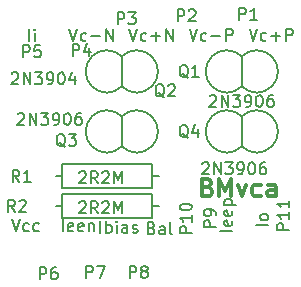
<source format=gbr>
G04 #@! TF.FileFunction,Legend,Top*
%FSLAX46Y46*%
G04 Gerber Fmt 4.6, Leading zero omitted, Abs format (unit mm)*
G04 Created by KiCad (PCBNEW 4.0.5) date 02/09/17 20:51:09*
%MOMM*%
%LPD*%
G01*
G04 APERTURE LIST*
%ADD10C,0.100000*%
%ADD11C,0.300000*%
%ADD12C,0.150000*%
G04 APERTURE END LIST*
D10*
D11*
X116483143Y-106318857D02*
X116697429Y-106390286D01*
X116768857Y-106461714D01*
X116840286Y-106604571D01*
X116840286Y-106818857D01*
X116768857Y-106961714D01*
X116697429Y-107033143D01*
X116554571Y-107104571D01*
X115983143Y-107104571D01*
X115983143Y-105604571D01*
X116483143Y-105604571D01*
X116626000Y-105676000D01*
X116697429Y-105747429D01*
X116768857Y-105890286D01*
X116768857Y-106033143D01*
X116697429Y-106176000D01*
X116626000Y-106247429D01*
X116483143Y-106318857D01*
X115983143Y-106318857D01*
X117483143Y-107104571D02*
X117483143Y-105604571D01*
X117983143Y-106676000D01*
X118483143Y-105604571D01*
X118483143Y-107104571D01*
X119054572Y-106104571D02*
X119411715Y-107104571D01*
X119768857Y-106104571D01*
X120983143Y-107033143D02*
X120840286Y-107104571D01*
X120554572Y-107104571D01*
X120411714Y-107033143D01*
X120340286Y-106961714D01*
X120268857Y-106818857D01*
X120268857Y-106390286D01*
X120340286Y-106247429D01*
X120411714Y-106176000D01*
X120554572Y-106104571D01*
X120840286Y-106104571D01*
X120983143Y-106176000D01*
X122268857Y-107104571D02*
X122268857Y-106318857D01*
X122197428Y-106176000D01*
X122054571Y-106104571D01*
X121768857Y-106104571D01*
X121626000Y-106176000D01*
X122268857Y-107033143D02*
X122126000Y-107104571D01*
X121768857Y-107104571D01*
X121626000Y-107033143D01*
X121554571Y-106890286D01*
X121554571Y-106747429D01*
X121626000Y-106604571D01*
X121768857Y-106533143D01*
X122126000Y-106533143D01*
X122268857Y-106461714D01*
D12*
X104140000Y-104394000D02*
X104140000Y-106426000D01*
X111760000Y-104394000D02*
X111760000Y-106426000D01*
X104140000Y-105410000D02*
X103632000Y-105410000D01*
X112395000Y-105410000D02*
X111760000Y-105410000D01*
X104140000Y-106426000D02*
X111760000Y-106426000D01*
X111760000Y-104394000D02*
X104140000Y-104394000D01*
X104140000Y-106934000D02*
X104140000Y-108966000D01*
X111760000Y-106934000D02*
X111760000Y-108966000D01*
X104140000Y-107950000D02*
X103632000Y-107950000D01*
X112395000Y-107950000D02*
X111760000Y-107950000D01*
X104140000Y-108966000D02*
X111760000Y-108966000D01*
X111760000Y-106934000D02*
X104140000Y-106934000D01*
X119380000Y-102870000D02*
G75*
G03X121920000Y-102870000I1270000J1270000D01*
G01*
X121920000Y-102870000D02*
G75*
G03X121920000Y-100330000I-1270000J1270000D01*
G01*
X121920000Y-100330000D02*
G75*
G03X119380000Y-100330000I-1270000J-1270000D01*
G01*
X119380000Y-100330000D02*
G75*
G03X116840000Y-100330000I-1270000J-1270000D01*
G01*
X116840000Y-100330000D02*
G75*
G03X116840000Y-102870000I1270000J-1270000D01*
G01*
X116840000Y-102870000D02*
G75*
G03X119380000Y-102870000I1270000J1270000D01*
G01*
X119380000Y-102870000D02*
X119380000Y-100330000D01*
X109220000Y-100330000D02*
G75*
G03X106680000Y-100330000I-1270000J-1270000D01*
G01*
X106680000Y-100330000D02*
G75*
G03X106680000Y-102870000I1270000J-1270000D01*
G01*
X106680000Y-102870000D02*
G75*
G03X109220000Y-102870000I1270000J1270000D01*
G01*
X109220000Y-102870000D02*
G75*
G03X111760000Y-102870000I1270000J1270000D01*
G01*
X111760000Y-102870000D02*
G75*
G03X111760000Y-100330000I-1270000J1270000D01*
G01*
X111760000Y-100330000D02*
G75*
G03X109220000Y-100330000I-1270000J-1270000D01*
G01*
X109220000Y-100330000D02*
X109220000Y-102870000D01*
X109220000Y-95250000D02*
G75*
G03X106680000Y-95250000I-1270000J-1270000D01*
G01*
X106680000Y-95250000D02*
G75*
G03X106680000Y-97790000I1270000J-1270000D01*
G01*
X106680000Y-97790000D02*
G75*
G03X109220000Y-97790000I1270000J1270000D01*
G01*
X109220000Y-97790000D02*
G75*
G03X111760000Y-97790000I1270000J1270000D01*
G01*
X111760000Y-97790000D02*
G75*
G03X111760000Y-95250000I-1270000J1270000D01*
G01*
X111760000Y-95250000D02*
G75*
G03X109220000Y-95250000I-1270000J-1270000D01*
G01*
X109220000Y-95250000D02*
X109220000Y-97790000D01*
X119380000Y-97790000D02*
G75*
G03X121920000Y-97790000I1270000J1270000D01*
G01*
X121920000Y-97790000D02*
G75*
G03X121920000Y-95250000I-1270000J1270000D01*
G01*
X121920000Y-95250000D02*
G75*
G03X119380000Y-95250000I-1270000J-1270000D01*
G01*
X119380000Y-95250000D02*
G75*
G03X116840000Y-95250000I-1270000J-1270000D01*
G01*
X116840000Y-95250000D02*
G75*
G03X116840000Y-97790000I1270000J-1270000D01*
G01*
X116840000Y-97790000D02*
G75*
G03X119380000Y-97790000I1270000J1270000D01*
G01*
X119380000Y-97790000D02*
X119380000Y-95250000D01*
X119149905Y-92146381D02*
X119149905Y-91146381D01*
X119530858Y-91146381D01*
X119626096Y-91194000D01*
X119673715Y-91241619D01*
X119721334Y-91336857D01*
X119721334Y-91479714D01*
X119673715Y-91574952D01*
X119626096Y-91622571D01*
X119530858Y-91670190D01*
X119149905Y-91670190D01*
X120673715Y-92146381D02*
X120102286Y-92146381D01*
X120388000Y-92146381D02*
X120388000Y-91146381D01*
X120292762Y-91289238D01*
X120197524Y-91384476D01*
X120102286Y-91432095D01*
X120039048Y-92924381D02*
X120372381Y-93924381D01*
X120705715Y-92924381D01*
X121467620Y-93876762D02*
X121372382Y-93924381D01*
X121181905Y-93924381D01*
X121086667Y-93876762D01*
X121039048Y-93829143D01*
X120991429Y-93733905D01*
X120991429Y-93448190D01*
X121039048Y-93352952D01*
X121086667Y-93305333D01*
X121181905Y-93257714D01*
X121372382Y-93257714D01*
X121467620Y-93305333D01*
X121896191Y-93543429D02*
X122658096Y-93543429D01*
X122277144Y-93924381D02*
X122277144Y-93162476D01*
X123134286Y-93924381D02*
X123134286Y-92924381D01*
X123515239Y-92924381D01*
X123610477Y-92972000D01*
X123658096Y-93019619D01*
X123705715Y-93114857D01*
X123705715Y-93257714D01*
X123658096Y-93352952D01*
X123610477Y-93400571D01*
X123515239Y-93448190D01*
X123134286Y-93448190D01*
X113942905Y-92273381D02*
X113942905Y-91273381D01*
X114323858Y-91273381D01*
X114419096Y-91321000D01*
X114466715Y-91368619D01*
X114514334Y-91463857D01*
X114514334Y-91606714D01*
X114466715Y-91701952D01*
X114419096Y-91749571D01*
X114323858Y-91797190D01*
X113942905Y-91797190D01*
X114895286Y-91368619D02*
X114942905Y-91321000D01*
X115038143Y-91273381D01*
X115276239Y-91273381D01*
X115371477Y-91321000D01*
X115419096Y-91368619D01*
X115466715Y-91463857D01*
X115466715Y-91559095D01*
X115419096Y-91701952D01*
X114847667Y-92273381D01*
X115466715Y-92273381D01*
X114959048Y-92932381D02*
X115292381Y-93932381D01*
X115625715Y-92932381D01*
X116387620Y-93884762D02*
X116292382Y-93932381D01*
X116101905Y-93932381D01*
X116006667Y-93884762D01*
X115959048Y-93837143D01*
X115911429Y-93741905D01*
X115911429Y-93456190D01*
X115959048Y-93360952D01*
X116006667Y-93313333D01*
X116101905Y-93265714D01*
X116292382Y-93265714D01*
X116387620Y-93313333D01*
X116816191Y-93551429D02*
X117578096Y-93551429D01*
X118054286Y-93932381D02*
X118054286Y-92932381D01*
X118435239Y-92932381D01*
X118530477Y-92980000D01*
X118578096Y-93027619D01*
X118625715Y-93122857D01*
X118625715Y-93265714D01*
X118578096Y-93360952D01*
X118530477Y-93408571D01*
X118435239Y-93456190D01*
X118054286Y-93456190D01*
X108862905Y-92527381D02*
X108862905Y-91527381D01*
X109243858Y-91527381D01*
X109339096Y-91575000D01*
X109386715Y-91622619D01*
X109434334Y-91717857D01*
X109434334Y-91860714D01*
X109386715Y-91955952D01*
X109339096Y-92003571D01*
X109243858Y-92051190D01*
X108862905Y-92051190D01*
X109767667Y-91527381D02*
X110386715Y-91527381D01*
X110053381Y-91908333D01*
X110196239Y-91908333D01*
X110291477Y-91955952D01*
X110339096Y-92003571D01*
X110386715Y-92098810D01*
X110386715Y-92336905D01*
X110339096Y-92432143D01*
X110291477Y-92479762D01*
X110196239Y-92527381D01*
X109910524Y-92527381D01*
X109815286Y-92479762D01*
X109767667Y-92432143D01*
X109855238Y-92932381D02*
X110188571Y-93932381D01*
X110521905Y-92932381D01*
X111283810Y-93884762D02*
X111188572Y-93932381D01*
X110998095Y-93932381D01*
X110902857Y-93884762D01*
X110855238Y-93837143D01*
X110807619Y-93741905D01*
X110807619Y-93456190D01*
X110855238Y-93360952D01*
X110902857Y-93313333D01*
X110998095Y-93265714D01*
X111188572Y-93265714D01*
X111283810Y-93313333D01*
X111712381Y-93551429D02*
X112474286Y-93551429D01*
X112093334Y-93932381D02*
X112093334Y-93170476D01*
X112950476Y-93932381D02*
X112950476Y-92932381D01*
X113521905Y-93932381D01*
X113521905Y-92932381D01*
X105052905Y-95194381D02*
X105052905Y-94194381D01*
X105433858Y-94194381D01*
X105529096Y-94242000D01*
X105576715Y-94289619D01*
X105624334Y-94384857D01*
X105624334Y-94527714D01*
X105576715Y-94622952D01*
X105529096Y-94670571D01*
X105433858Y-94718190D01*
X105052905Y-94718190D01*
X106481477Y-94527714D02*
X106481477Y-95194381D01*
X106243381Y-94146762D02*
X106005286Y-94861048D01*
X106624334Y-94861048D01*
X104775238Y-92932381D02*
X105108571Y-93932381D01*
X105441905Y-92932381D01*
X106203810Y-93884762D02*
X106108572Y-93932381D01*
X105918095Y-93932381D01*
X105822857Y-93884762D01*
X105775238Y-93837143D01*
X105727619Y-93741905D01*
X105727619Y-93456190D01*
X105775238Y-93360952D01*
X105822857Y-93313333D01*
X105918095Y-93265714D01*
X106108572Y-93265714D01*
X106203810Y-93313333D01*
X106632381Y-93551429D02*
X107394286Y-93551429D01*
X107870476Y-93932381D02*
X107870476Y-92932381D01*
X108441905Y-93932381D01*
X108441905Y-92932381D01*
X100861905Y-95321381D02*
X100861905Y-94321381D01*
X101242858Y-94321381D01*
X101338096Y-94369000D01*
X101385715Y-94416619D01*
X101433334Y-94511857D01*
X101433334Y-94654714D01*
X101385715Y-94749952D01*
X101338096Y-94797571D01*
X101242858Y-94845190D01*
X100861905Y-94845190D01*
X102338096Y-94321381D02*
X101861905Y-94321381D01*
X101814286Y-94797571D01*
X101861905Y-94749952D01*
X101957143Y-94702333D01*
X102195239Y-94702333D01*
X102290477Y-94749952D01*
X102338096Y-94797571D01*
X102385715Y-94892810D01*
X102385715Y-95130905D01*
X102338096Y-95226143D01*
X102290477Y-95273762D01*
X102195239Y-95321381D01*
X101957143Y-95321381D01*
X101861905Y-95273762D01*
X101814286Y-95226143D01*
X101361905Y-93932381D02*
X101361905Y-92932381D01*
X101838095Y-93932381D02*
X101838095Y-93265714D01*
X101838095Y-92932381D02*
X101790476Y-92980000D01*
X101838095Y-93027619D01*
X101885714Y-92980000D01*
X101838095Y-92932381D01*
X101838095Y-93027619D01*
X102258905Y-114117381D02*
X102258905Y-113117381D01*
X102639858Y-113117381D01*
X102735096Y-113165000D01*
X102782715Y-113212619D01*
X102830334Y-113307857D01*
X102830334Y-113450714D01*
X102782715Y-113545952D01*
X102735096Y-113593571D01*
X102639858Y-113641190D01*
X102258905Y-113641190D01*
X103687477Y-113117381D02*
X103497000Y-113117381D01*
X103401762Y-113165000D01*
X103354143Y-113212619D01*
X103258905Y-113355476D01*
X103211286Y-113545952D01*
X103211286Y-113926905D01*
X103258905Y-114022143D01*
X103306524Y-114069762D01*
X103401762Y-114117381D01*
X103592239Y-114117381D01*
X103687477Y-114069762D01*
X103735096Y-114022143D01*
X103782715Y-113926905D01*
X103782715Y-113688810D01*
X103735096Y-113593571D01*
X103687477Y-113545952D01*
X103592239Y-113498333D01*
X103401762Y-113498333D01*
X103306524Y-113545952D01*
X103258905Y-113593571D01*
X103211286Y-113688810D01*
X99901524Y-109053381D02*
X100234857Y-110053381D01*
X100568191Y-109053381D01*
X101330096Y-110005762D02*
X101234858Y-110053381D01*
X101044381Y-110053381D01*
X100949143Y-110005762D01*
X100901524Y-109958143D01*
X100853905Y-109862905D01*
X100853905Y-109577190D01*
X100901524Y-109481952D01*
X100949143Y-109434333D01*
X101044381Y-109386714D01*
X101234858Y-109386714D01*
X101330096Y-109434333D01*
X102187239Y-110005762D02*
X102092001Y-110053381D01*
X101901524Y-110053381D01*
X101806286Y-110005762D01*
X101758667Y-109958143D01*
X101711048Y-109862905D01*
X101711048Y-109577190D01*
X101758667Y-109481952D01*
X101806286Y-109434333D01*
X101901524Y-109386714D01*
X102092001Y-109386714D01*
X102187239Y-109434333D01*
X106195905Y-113990381D02*
X106195905Y-112990381D01*
X106576858Y-112990381D01*
X106672096Y-113038000D01*
X106719715Y-113085619D01*
X106767334Y-113180857D01*
X106767334Y-113323714D01*
X106719715Y-113418952D01*
X106672096Y-113466571D01*
X106576858Y-113514190D01*
X106195905Y-113514190D01*
X107100667Y-112990381D02*
X107767334Y-112990381D01*
X107338762Y-113990381D01*
X104227476Y-110053381D02*
X104227476Y-109053381D01*
X105084619Y-110005762D02*
X104989381Y-110053381D01*
X104798904Y-110053381D01*
X104703666Y-110005762D01*
X104656047Y-109910524D01*
X104656047Y-109529571D01*
X104703666Y-109434333D01*
X104798904Y-109386714D01*
X104989381Y-109386714D01*
X105084619Y-109434333D01*
X105132238Y-109529571D01*
X105132238Y-109624810D01*
X104656047Y-109720048D01*
X105941762Y-110005762D02*
X105846524Y-110053381D01*
X105656047Y-110053381D01*
X105560809Y-110005762D01*
X105513190Y-109910524D01*
X105513190Y-109529571D01*
X105560809Y-109434333D01*
X105656047Y-109386714D01*
X105846524Y-109386714D01*
X105941762Y-109434333D01*
X105989381Y-109529571D01*
X105989381Y-109624810D01*
X105513190Y-109720048D01*
X106417952Y-109386714D02*
X106417952Y-110053381D01*
X106417952Y-109481952D02*
X106465571Y-109434333D01*
X106560809Y-109386714D01*
X106703667Y-109386714D01*
X106798905Y-109434333D01*
X106846524Y-109529571D01*
X106846524Y-110053381D01*
X109878905Y-113990381D02*
X109878905Y-112990381D01*
X110259858Y-112990381D01*
X110355096Y-113038000D01*
X110402715Y-113085619D01*
X110450334Y-113180857D01*
X110450334Y-113323714D01*
X110402715Y-113418952D01*
X110355096Y-113466571D01*
X110259858Y-113514190D01*
X109878905Y-113514190D01*
X111021762Y-113418952D02*
X110926524Y-113371333D01*
X110878905Y-113323714D01*
X110831286Y-113228476D01*
X110831286Y-113180857D01*
X110878905Y-113085619D01*
X110926524Y-113038000D01*
X111021762Y-112990381D01*
X111212239Y-112990381D01*
X111307477Y-113038000D01*
X111355096Y-113085619D01*
X111402715Y-113180857D01*
X111402715Y-113228476D01*
X111355096Y-113323714D01*
X111307477Y-113371333D01*
X111212239Y-113418952D01*
X111021762Y-113418952D01*
X110926524Y-113466571D01*
X110878905Y-113514190D01*
X110831286Y-113609429D01*
X110831286Y-113799905D01*
X110878905Y-113895143D01*
X110926524Y-113942762D01*
X111021762Y-113990381D01*
X111212239Y-113990381D01*
X111307477Y-113942762D01*
X111355096Y-113895143D01*
X111402715Y-113799905D01*
X111402715Y-113609429D01*
X111355096Y-113514190D01*
X111307477Y-113466571D01*
X111212239Y-113418952D01*
X107418381Y-110180381D02*
X107418381Y-109180381D01*
X107894571Y-110180381D02*
X107894571Y-109180381D01*
X107894571Y-109561333D02*
X107989809Y-109513714D01*
X108180286Y-109513714D01*
X108275524Y-109561333D01*
X108323143Y-109608952D01*
X108370762Y-109704190D01*
X108370762Y-109989905D01*
X108323143Y-110085143D01*
X108275524Y-110132762D01*
X108180286Y-110180381D01*
X107989809Y-110180381D01*
X107894571Y-110132762D01*
X108799333Y-110180381D02*
X108799333Y-109513714D01*
X108799333Y-109180381D02*
X108751714Y-109228000D01*
X108799333Y-109275619D01*
X108846952Y-109228000D01*
X108799333Y-109180381D01*
X108799333Y-109275619D01*
X109704095Y-110180381D02*
X109704095Y-109656571D01*
X109656476Y-109561333D01*
X109561238Y-109513714D01*
X109370761Y-109513714D01*
X109275523Y-109561333D01*
X109704095Y-110132762D02*
X109608857Y-110180381D01*
X109370761Y-110180381D01*
X109275523Y-110132762D01*
X109227904Y-110037524D01*
X109227904Y-109942286D01*
X109275523Y-109847048D01*
X109370761Y-109799429D01*
X109608857Y-109799429D01*
X109704095Y-109751810D01*
X110132666Y-110132762D02*
X110227904Y-110180381D01*
X110418380Y-110180381D01*
X110513619Y-110132762D01*
X110561238Y-110037524D01*
X110561238Y-109989905D01*
X110513619Y-109894667D01*
X110418380Y-109847048D01*
X110275523Y-109847048D01*
X110180285Y-109799429D01*
X110132666Y-109704190D01*
X110132666Y-109656571D01*
X110180285Y-109561333D01*
X110275523Y-109513714D01*
X110418380Y-109513714D01*
X110513619Y-109561333D01*
X117165381Y-109704095D02*
X116165381Y-109704095D01*
X116165381Y-109323142D01*
X116213000Y-109227904D01*
X116260619Y-109180285D01*
X116355857Y-109132666D01*
X116498714Y-109132666D01*
X116593952Y-109180285D01*
X116641571Y-109227904D01*
X116689190Y-109323142D01*
X116689190Y-109704095D01*
X117165381Y-108656476D02*
X117165381Y-108466000D01*
X117117762Y-108370761D01*
X117070143Y-108323142D01*
X116927286Y-108227904D01*
X116736810Y-108180285D01*
X116355857Y-108180285D01*
X116260619Y-108227904D01*
X116213000Y-108275523D01*
X116165381Y-108370761D01*
X116165381Y-108561238D01*
X116213000Y-108656476D01*
X116260619Y-108704095D01*
X116355857Y-108751714D01*
X116593952Y-108751714D01*
X116689190Y-108704095D01*
X116736810Y-108656476D01*
X116784429Y-108561238D01*
X116784429Y-108370761D01*
X116736810Y-108275523D01*
X116689190Y-108227904D01*
X116593952Y-108180285D01*
X118562381Y-110021524D02*
X117562381Y-110021524D01*
X118514762Y-109164381D02*
X118562381Y-109259619D01*
X118562381Y-109450096D01*
X118514762Y-109545334D01*
X118419524Y-109592953D01*
X118038571Y-109592953D01*
X117943333Y-109545334D01*
X117895714Y-109450096D01*
X117895714Y-109259619D01*
X117943333Y-109164381D01*
X118038571Y-109116762D01*
X118133810Y-109116762D01*
X118229048Y-109592953D01*
X118514762Y-108307238D02*
X118562381Y-108402476D01*
X118562381Y-108592953D01*
X118514762Y-108688191D01*
X118419524Y-108735810D01*
X118038571Y-108735810D01*
X117943333Y-108688191D01*
X117895714Y-108592953D01*
X117895714Y-108402476D01*
X117943333Y-108307238D01*
X118038571Y-108259619D01*
X118133810Y-108259619D01*
X118229048Y-108735810D01*
X117895714Y-107831048D02*
X118895714Y-107831048D01*
X117943333Y-107831048D02*
X117895714Y-107735810D01*
X117895714Y-107545333D01*
X117943333Y-107450095D01*
X117990952Y-107402476D01*
X118086190Y-107354857D01*
X118371905Y-107354857D01*
X118467143Y-107402476D01*
X118514762Y-107450095D01*
X118562381Y-107545333D01*
X118562381Y-107735810D01*
X118514762Y-107831048D01*
X115133381Y-110180286D02*
X114133381Y-110180286D01*
X114133381Y-109799333D01*
X114181000Y-109704095D01*
X114228619Y-109656476D01*
X114323857Y-109608857D01*
X114466714Y-109608857D01*
X114561952Y-109656476D01*
X114609571Y-109704095D01*
X114657190Y-109799333D01*
X114657190Y-110180286D01*
X115133381Y-108656476D02*
X115133381Y-109227905D01*
X115133381Y-108942191D02*
X114133381Y-108942191D01*
X114276238Y-109037429D01*
X114371476Y-109132667D01*
X114419095Y-109227905D01*
X114133381Y-108037429D02*
X114133381Y-107942190D01*
X114181000Y-107846952D01*
X114228619Y-107799333D01*
X114323857Y-107751714D01*
X114514333Y-107704095D01*
X114752429Y-107704095D01*
X114942905Y-107751714D01*
X115038143Y-107799333D01*
X115085762Y-107846952D01*
X115133381Y-107942190D01*
X115133381Y-108037429D01*
X115085762Y-108132667D01*
X115038143Y-108180286D01*
X114942905Y-108227905D01*
X114752429Y-108275524D01*
X114514333Y-108275524D01*
X114323857Y-108227905D01*
X114228619Y-108180286D01*
X114181000Y-108132667D01*
X114133381Y-108037429D01*
X111752143Y-109783571D02*
X111895000Y-109831190D01*
X111942619Y-109878810D01*
X111990238Y-109974048D01*
X111990238Y-110116905D01*
X111942619Y-110212143D01*
X111895000Y-110259762D01*
X111799762Y-110307381D01*
X111418809Y-110307381D01*
X111418809Y-109307381D01*
X111752143Y-109307381D01*
X111847381Y-109355000D01*
X111895000Y-109402619D01*
X111942619Y-109497857D01*
X111942619Y-109593095D01*
X111895000Y-109688333D01*
X111847381Y-109735952D01*
X111752143Y-109783571D01*
X111418809Y-109783571D01*
X112847381Y-110307381D02*
X112847381Y-109783571D01*
X112799762Y-109688333D01*
X112704524Y-109640714D01*
X112514047Y-109640714D01*
X112418809Y-109688333D01*
X112847381Y-110259762D02*
X112752143Y-110307381D01*
X112514047Y-110307381D01*
X112418809Y-110259762D01*
X112371190Y-110164524D01*
X112371190Y-110069286D01*
X112418809Y-109974048D01*
X112514047Y-109926429D01*
X112752143Y-109926429D01*
X112847381Y-109878810D01*
X113466428Y-110307381D02*
X113371190Y-110259762D01*
X113323571Y-110164524D01*
X113323571Y-109307381D01*
X123388381Y-109926286D02*
X122388381Y-109926286D01*
X122388381Y-109545333D01*
X122436000Y-109450095D01*
X122483619Y-109402476D01*
X122578857Y-109354857D01*
X122721714Y-109354857D01*
X122816952Y-109402476D01*
X122864571Y-109450095D01*
X122912190Y-109545333D01*
X122912190Y-109926286D01*
X123388381Y-108402476D02*
X123388381Y-108973905D01*
X123388381Y-108688191D02*
X122388381Y-108688191D01*
X122531238Y-108783429D01*
X122626476Y-108878667D01*
X122674095Y-108973905D01*
X123388381Y-107450095D02*
X123388381Y-108021524D01*
X123388381Y-107735810D02*
X122388381Y-107735810D01*
X122531238Y-107831048D01*
X122626476Y-107926286D01*
X122674095Y-108021524D01*
X121610381Y-109545381D02*
X120610381Y-109545381D01*
X121610381Y-108926334D02*
X121562762Y-109021572D01*
X121515143Y-109069191D01*
X121419905Y-109116810D01*
X121134190Y-109116810D01*
X121038952Y-109069191D01*
X120991333Y-109021572D01*
X120943714Y-108926334D01*
X120943714Y-108783476D01*
X120991333Y-108688238D01*
X121038952Y-108640619D01*
X121134190Y-108593000D01*
X121419905Y-108593000D01*
X121515143Y-108640619D01*
X121562762Y-108688238D01*
X121610381Y-108783476D01*
X121610381Y-108926334D01*
X100544334Y-105862381D02*
X100211000Y-105386190D01*
X99972905Y-105862381D02*
X99972905Y-104862381D01*
X100353858Y-104862381D01*
X100449096Y-104910000D01*
X100496715Y-104957619D01*
X100544334Y-105052857D01*
X100544334Y-105195714D01*
X100496715Y-105290952D01*
X100449096Y-105338571D01*
X100353858Y-105386190D01*
X99972905Y-105386190D01*
X101496715Y-105862381D02*
X100925286Y-105862381D01*
X101211000Y-105862381D02*
X101211000Y-104862381D01*
X101115762Y-105005238D01*
X101020524Y-105100476D01*
X100925286Y-105148095D01*
X105608667Y-105084619D02*
X105656286Y-105037000D01*
X105751524Y-104989381D01*
X105989620Y-104989381D01*
X106084858Y-105037000D01*
X106132477Y-105084619D01*
X106180096Y-105179857D01*
X106180096Y-105275095D01*
X106132477Y-105417952D01*
X105561048Y-105989381D01*
X106180096Y-105989381D01*
X107180096Y-105989381D02*
X106846762Y-105513190D01*
X106608667Y-105989381D02*
X106608667Y-104989381D01*
X106989620Y-104989381D01*
X107084858Y-105037000D01*
X107132477Y-105084619D01*
X107180096Y-105179857D01*
X107180096Y-105322714D01*
X107132477Y-105417952D01*
X107084858Y-105465571D01*
X106989620Y-105513190D01*
X106608667Y-105513190D01*
X107561048Y-105084619D02*
X107608667Y-105037000D01*
X107703905Y-104989381D01*
X107942001Y-104989381D01*
X108037239Y-105037000D01*
X108084858Y-105084619D01*
X108132477Y-105179857D01*
X108132477Y-105275095D01*
X108084858Y-105417952D01*
X107513429Y-105989381D01*
X108132477Y-105989381D01*
X108561048Y-105989381D02*
X108561048Y-104989381D01*
X108894382Y-105703667D01*
X109227715Y-104989381D01*
X109227715Y-105989381D01*
X100163334Y-108402381D02*
X99830000Y-107926190D01*
X99591905Y-108402381D02*
X99591905Y-107402381D01*
X99972858Y-107402381D01*
X100068096Y-107450000D01*
X100115715Y-107497619D01*
X100163334Y-107592857D01*
X100163334Y-107735714D01*
X100115715Y-107830952D01*
X100068096Y-107878571D01*
X99972858Y-107926190D01*
X99591905Y-107926190D01*
X100544286Y-107497619D02*
X100591905Y-107450000D01*
X100687143Y-107402381D01*
X100925239Y-107402381D01*
X101020477Y-107450000D01*
X101068096Y-107497619D01*
X101115715Y-107592857D01*
X101115715Y-107688095D01*
X101068096Y-107830952D01*
X100496667Y-108402381D01*
X101115715Y-108402381D01*
X105608667Y-107624619D02*
X105656286Y-107577000D01*
X105751524Y-107529381D01*
X105989620Y-107529381D01*
X106084858Y-107577000D01*
X106132477Y-107624619D01*
X106180096Y-107719857D01*
X106180096Y-107815095D01*
X106132477Y-107957952D01*
X105561048Y-108529381D01*
X106180096Y-108529381D01*
X107180096Y-108529381D02*
X106846762Y-108053190D01*
X106608667Y-108529381D02*
X106608667Y-107529381D01*
X106989620Y-107529381D01*
X107084858Y-107577000D01*
X107132477Y-107624619D01*
X107180096Y-107719857D01*
X107180096Y-107862714D01*
X107132477Y-107957952D01*
X107084858Y-108005571D01*
X106989620Y-108053190D01*
X106608667Y-108053190D01*
X107561048Y-107624619D02*
X107608667Y-107577000D01*
X107703905Y-107529381D01*
X107942001Y-107529381D01*
X108037239Y-107577000D01*
X108084858Y-107624619D01*
X108132477Y-107719857D01*
X108132477Y-107815095D01*
X108084858Y-107957952D01*
X107513429Y-108529381D01*
X108132477Y-108529381D01*
X108561048Y-108529381D02*
X108561048Y-107529381D01*
X108894382Y-108243667D01*
X109227715Y-107529381D01*
X109227715Y-108529381D01*
X114839762Y-102147619D02*
X114744524Y-102100000D01*
X114649286Y-102004762D01*
X114506429Y-101861905D01*
X114411190Y-101814286D01*
X114315952Y-101814286D01*
X114363571Y-102052381D02*
X114268333Y-102004762D01*
X114173095Y-101909524D01*
X114125476Y-101719048D01*
X114125476Y-101385714D01*
X114173095Y-101195238D01*
X114268333Y-101100000D01*
X114363571Y-101052381D01*
X114554048Y-101052381D01*
X114649286Y-101100000D01*
X114744524Y-101195238D01*
X114792143Y-101385714D01*
X114792143Y-101719048D01*
X114744524Y-101909524D01*
X114649286Y-102004762D01*
X114554048Y-102052381D01*
X114363571Y-102052381D01*
X115649286Y-101385714D02*
X115649286Y-102052381D01*
X115411190Y-101004762D02*
X115173095Y-101719048D01*
X115792143Y-101719048D01*
X116030714Y-104322619D02*
X116078333Y-104275000D01*
X116173571Y-104227381D01*
X116411667Y-104227381D01*
X116506905Y-104275000D01*
X116554524Y-104322619D01*
X116602143Y-104417857D01*
X116602143Y-104513095D01*
X116554524Y-104655952D01*
X115983095Y-105227381D01*
X116602143Y-105227381D01*
X117030714Y-105227381D02*
X117030714Y-104227381D01*
X117602143Y-105227381D01*
X117602143Y-104227381D01*
X117983095Y-104227381D02*
X118602143Y-104227381D01*
X118268809Y-104608333D01*
X118411667Y-104608333D01*
X118506905Y-104655952D01*
X118554524Y-104703571D01*
X118602143Y-104798810D01*
X118602143Y-105036905D01*
X118554524Y-105132143D01*
X118506905Y-105179762D01*
X118411667Y-105227381D01*
X118125952Y-105227381D01*
X118030714Y-105179762D01*
X117983095Y-105132143D01*
X119078333Y-105227381D02*
X119268809Y-105227381D01*
X119364048Y-105179762D01*
X119411667Y-105132143D01*
X119506905Y-104989286D01*
X119554524Y-104798810D01*
X119554524Y-104417857D01*
X119506905Y-104322619D01*
X119459286Y-104275000D01*
X119364048Y-104227381D01*
X119173571Y-104227381D01*
X119078333Y-104275000D01*
X119030714Y-104322619D01*
X118983095Y-104417857D01*
X118983095Y-104655952D01*
X119030714Y-104751190D01*
X119078333Y-104798810D01*
X119173571Y-104846429D01*
X119364048Y-104846429D01*
X119459286Y-104798810D01*
X119506905Y-104751190D01*
X119554524Y-104655952D01*
X120173571Y-104227381D02*
X120268810Y-104227381D01*
X120364048Y-104275000D01*
X120411667Y-104322619D01*
X120459286Y-104417857D01*
X120506905Y-104608333D01*
X120506905Y-104846429D01*
X120459286Y-105036905D01*
X120411667Y-105132143D01*
X120364048Y-105179762D01*
X120268810Y-105227381D01*
X120173571Y-105227381D01*
X120078333Y-105179762D01*
X120030714Y-105132143D01*
X119983095Y-105036905D01*
X119935476Y-104846429D01*
X119935476Y-104608333D01*
X119983095Y-104417857D01*
X120030714Y-104322619D01*
X120078333Y-104275000D01*
X120173571Y-104227381D01*
X121364048Y-104227381D02*
X121173571Y-104227381D01*
X121078333Y-104275000D01*
X121030714Y-104322619D01*
X120935476Y-104465476D01*
X120887857Y-104655952D01*
X120887857Y-105036905D01*
X120935476Y-105132143D01*
X120983095Y-105179762D01*
X121078333Y-105227381D01*
X121268810Y-105227381D01*
X121364048Y-105179762D01*
X121411667Y-105132143D01*
X121459286Y-105036905D01*
X121459286Y-104798810D01*
X121411667Y-104703571D01*
X121364048Y-104655952D01*
X121268810Y-104608333D01*
X121078333Y-104608333D01*
X120983095Y-104655952D01*
X120935476Y-104703571D01*
X120887857Y-104798810D01*
X104425762Y-102909619D02*
X104330524Y-102862000D01*
X104235286Y-102766762D01*
X104092429Y-102623905D01*
X103997190Y-102576286D01*
X103901952Y-102576286D01*
X103949571Y-102814381D02*
X103854333Y-102766762D01*
X103759095Y-102671524D01*
X103711476Y-102481048D01*
X103711476Y-102147714D01*
X103759095Y-101957238D01*
X103854333Y-101862000D01*
X103949571Y-101814381D01*
X104140048Y-101814381D01*
X104235286Y-101862000D01*
X104330524Y-101957238D01*
X104378143Y-102147714D01*
X104378143Y-102481048D01*
X104330524Y-102671524D01*
X104235286Y-102766762D01*
X104140048Y-102814381D01*
X103949571Y-102814381D01*
X104711476Y-101814381D02*
X105330524Y-101814381D01*
X104997190Y-102195333D01*
X105140048Y-102195333D01*
X105235286Y-102242952D01*
X105282905Y-102290571D01*
X105330524Y-102385810D01*
X105330524Y-102623905D01*
X105282905Y-102719143D01*
X105235286Y-102766762D01*
X105140048Y-102814381D01*
X104854333Y-102814381D01*
X104759095Y-102766762D01*
X104711476Y-102719143D01*
X100409714Y-100131619D02*
X100457333Y-100084000D01*
X100552571Y-100036381D01*
X100790667Y-100036381D01*
X100885905Y-100084000D01*
X100933524Y-100131619D01*
X100981143Y-100226857D01*
X100981143Y-100322095D01*
X100933524Y-100464952D01*
X100362095Y-101036381D01*
X100981143Y-101036381D01*
X101409714Y-101036381D02*
X101409714Y-100036381D01*
X101981143Y-101036381D01*
X101981143Y-100036381D01*
X102362095Y-100036381D02*
X102981143Y-100036381D01*
X102647809Y-100417333D01*
X102790667Y-100417333D01*
X102885905Y-100464952D01*
X102933524Y-100512571D01*
X102981143Y-100607810D01*
X102981143Y-100845905D01*
X102933524Y-100941143D01*
X102885905Y-100988762D01*
X102790667Y-101036381D01*
X102504952Y-101036381D01*
X102409714Y-100988762D01*
X102362095Y-100941143D01*
X103457333Y-101036381D02*
X103647809Y-101036381D01*
X103743048Y-100988762D01*
X103790667Y-100941143D01*
X103885905Y-100798286D01*
X103933524Y-100607810D01*
X103933524Y-100226857D01*
X103885905Y-100131619D01*
X103838286Y-100084000D01*
X103743048Y-100036381D01*
X103552571Y-100036381D01*
X103457333Y-100084000D01*
X103409714Y-100131619D01*
X103362095Y-100226857D01*
X103362095Y-100464952D01*
X103409714Y-100560190D01*
X103457333Y-100607810D01*
X103552571Y-100655429D01*
X103743048Y-100655429D01*
X103838286Y-100607810D01*
X103885905Y-100560190D01*
X103933524Y-100464952D01*
X104552571Y-100036381D02*
X104647810Y-100036381D01*
X104743048Y-100084000D01*
X104790667Y-100131619D01*
X104838286Y-100226857D01*
X104885905Y-100417333D01*
X104885905Y-100655429D01*
X104838286Y-100845905D01*
X104790667Y-100941143D01*
X104743048Y-100988762D01*
X104647810Y-101036381D01*
X104552571Y-101036381D01*
X104457333Y-100988762D01*
X104409714Y-100941143D01*
X104362095Y-100845905D01*
X104314476Y-100655429D01*
X104314476Y-100417333D01*
X104362095Y-100226857D01*
X104409714Y-100131619D01*
X104457333Y-100084000D01*
X104552571Y-100036381D01*
X105743048Y-100036381D02*
X105552571Y-100036381D01*
X105457333Y-100084000D01*
X105409714Y-100131619D01*
X105314476Y-100274476D01*
X105266857Y-100464952D01*
X105266857Y-100845905D01*
X105314476Y-100941143D01*
X105362095Y-100988762D01*
X105457333Y-101036381D01*
X105647810Y-101036381D01*
X105743048Y-100988762D01*
X105790667Y-100941143D01*
X105838286Y-100845905D01*
X105838286Y-100607810D01*
X105790667Y-100512571D01*
X105743048Y-100464952D01*
X105647810Y-100417333D01*
X105457333Y-100417333D01*
X105362095Y-100464952D01*
X105314476Y-100512571D01*
X105266857Y-100607810D01*
X112807762Y-98718619D02*
X112712524Y-98671000D01*
X112617286Y-98575762D01*
X112474429Y-98432905D01*
X112379190Y-98385286D01*
X112283952Y-98385286D01*
X112331571Y-98623381D02*
X112236333Y-98575762D01*
X112141095Y-98480524D01*
X112093476Y-98290048D01*
X112093476Y-97956714D01*
X112141095Y-97766238D01*
X112236333Y-97671000D01*
X112331571Y-97623381D01*
X112522048Y-97623381D01*
X112617286Y-97671000D01*
X112712524Y-97766238D01*
X112760143Y-97956714D01*
X112760143Y-98290048D01*
X112712524Y-98480524D01*
X112617286Y-98575762D01*
X112522048Y-98623381D01*
X112331571Y-98623381D01*
X113141095Y-97718619D02*
X113188714Y-97671000D01*
X113283952Y-97623381D01*
X113522048Y-97623381D01*
X113617286Y-97671000D01*
X113664905Y-97718619D01*
X113712524Y-97813857D01*
X113712524Y-97909095D01*
X113664905Y-98051952D01*
X113093476Y-98623381D01*
X113712524Y-98623381D01*
X99901714Y-96702619D02*
X99949333Y-96655000D01*
X100044571Y-96607381D01*
X100282667Y-96607381D01*
X100377905Y-96655000D01*
X100425524Y-96702619D01*
X100473143Y-96797857D01*
X100473143Y-96893095D01*
X100425524Y-97035952D01*
X99854095Y-97607381D01*
X100473143Y-97607381D01*
X100901714Y-97607381D02*
X100901714Y-96607381D01*
X101473143Y-97607381D01*
X101473143Y-96607381D01*
X101854095Y-96607381D02*
X102473143Y-96607381D01*
X102139809Y-96988333D01*
X102282667Y-96988333D01*
X102377905Y-97035952D01*
X102425524Y-97083571D01*
X102473143Y-97178810D01*
X102473143Y-97416905D01*
X102425524Y-97512143D01*
X102377905Y-97559762D01*
X102282667Y-97607381D01*
X101996952Y-97607381D01*
X101901714Y-97559762D01*
X101854095Y-97512143D01*
X102949333Y-97607381D02*
X103139809Y-97607381D01*
X103235048Y-97559762D01*
X103282667Y-97512143D01*
X103377905Y-97369286D01*
X103425524Y-97178810D01*
X103425524Y-96797857D01*
X103377905Y-96702619D01*
X103330286Y-96655000D01*
X103235048Y-96607381D01*
X103044571Y-96607381D01*
X102949333Y-96655000D01*
X102901714Y-96702619D01*
X102854095Y-96797857D01*
X102854095Y-97035952D01*
X102901714Y-97131190D01*
X102949333Y-97178810D01*
X103044571Y-97226429D01*
X103235048Y-97226429D01*
X103330286Y-97178810D01*
X103377905Y-97131190D01*
X103425524Y-97035952D01*
X104044571Y-96607381D02*
X104139810Y-96607381D01*
X104235048Y-96655000D01*
X104282667Y-96702619D01*
X104330286Y-96797857D01*
X104377905Y-96988333D01*
X104377905Y-97226429D01*
X104330286Y-97416905D01*
X104282667Y-97512143D01*
X104235048Y-97559762D01*
X104139810Y-97607381D01*
X104044571Y-97607381D01*
X103949333Y-97559762D01*
X103901714Y-97512143D01*
X103854095Y-97416905D01*
X103806476Y-97226429D01*
X103806476Y-96988333D01*
X103854095Y-96797857D01*
X103901714Y-96702619D01*
X103949333Y-96655000D01*
X104044571Y-96607381D01*
X105235048Y-96940714D02*
X105235048Y-97607381D01*
X104996952Y-96559762D02*
X104758857Y-97274048D01*
X105377905Y-97274048D01*
X114839762Y-97067619D02*
X114744524Y-97020000D01*
X114649286Y-96924762D01*
X114506429Y-96781905D01*
X114411190Y-96734286D01*
X114315952Y-96734286D01*
X114363571Y-96972381D02*
X114268333Y-96924762D01*
X114173095Y-96829524D01*
X114125476Y-96639048D01*
X114125476Y-96305714D01*
X114173095Y-96115238D01*
X114268333Y-96020000D01*
X114363571Y-95972381D01*
X114554048Y-95972381D01*
X114649286Y-96020000D01*
X114744524Y-96115238D01*
X114792143Y-96305714D01*
X114792143Y-96639048D01*
X114744524Y-96829524D01*
X114649286Y-96924762D01*
X114554048Y-96972381D01*
X114363571Y-96972381D01*
X115744524Y-96972381D02*
X115173095Y-96972381D01*
X115458809Y-96972381D02*
X115458809Y-95972381D01*
X115363571Y-96115238D01*
X115268333Y-96210476D01*
X115173095Y-96258095D01*
X116665714Y-98607619D02*
X116713333Y-98560000D01*
X116808571Y-98512381D01*
X117046667Y-98512381D01*
X117141905Y-98560000D01*
X117189524Y-98607619D01*
X117237143Y-98702857D01*
X117237143Y-98798095D01*
X117189524Y-98940952D01*
X116618095Y-99512381D01*
X117237143Y-99512381D01*
X117665714Y-99512381D02*
X117665714Y-98512381D01*
X118237143Y-99512381D01*
X118237143Y-98512381D01*
X118618095Y-98512381D02*
X119237143Y-98512381D01*
X118903809Y-98893333D01*
X119046667Y-98893333D01*
X119141905Y-98940952D01*
X119189524Y-98988571D01*
X119237143Y-99083810D01*
X119237143Y-99321905D01*
X119189524Y-99417143D01*
X119141905Y-99464762D01*
X119046667Y-99512381D01*
X118760952Y-99512381D01*
X118665714Y-99464762D01*
X118618095Y-99417143D01*
X119713333Y-99512381D02*
X119903809Y-99512381D01*
X119999048Y-99464762D01*
X120046667Y-99417143D01*
X120141905Y-99274286D01*
X120189524Y-99083810D01*
X120189524Y-98702857D01*
X120141905Y-98607619D01*
X120094286Y-98560000D01*
X119999048Y-98512381D01*
X119808571Y-98512381D01*
X119713333Y-98560000D01*
X119665714Y-98607619D01*
X119618095Y-98702857D01*
X119618095Y-98940952D01*
X119665714Y-99036190D01*
X119713333Y-99083810D01*
X119808571Y-99131429D01*
X119999048Y-99131429D01*
X120094286Y-99083810D01*
X120141905Y-99036190D01*
X120189524Y-98940952D01*
X120808571Y-98512381D02*
X120903810Y-98512381D01*
X120999048Y-98560000D01*
X121046667Y-98607619D01*
X121094286Y-98702857D01*
X121141905Y-98893333D01*
X121141905Y-99131429D01*
X121094286Y-99321905D01*
X121046667Y-99417143D01*
X120999048Y-99464762D01*
X120903810Y-99512381D01*
X120808571Y-99512381D01*
X120713333Y-99464762D01*
X120665714Y-99417143D01*
X120618095Y-99321905D01*
X120570476Y-99131429D01*
X120570476Y-98893333D01*
X120618095Y-98702857D01*
X120665714Y-98607619D01*
X120713333Y-98560000D01*
X120808571Y-98512381D01*
X121999048Y-98512381D02*
X121808571Y-98512381D01*
X121713333Y-98560000D01*
X121665714Y-98607619D01*
X121570476Y-98750476D01*
X121522857Y-98940952D01*
X121522857Y-99321905D01*
X121570476Y-99417143D01*
X121618095Y-99464762D01*
X121713333Y-99512381D01*
X121903810Y-99512381D01*
X121999048Y-99464762D01*
X122046667Y-99417143D01*
X122094286Y-99321905D01*
X122094286Y-99083810D01*
X122046667Y-98988571D01*
X121999048Y-98940952D01*
X121903810Y-98893333D01*
X121713333Y-98893333D01*
X121618095Y-98940952D01*
X121570476Y-98988571D01*
X121522857Y-99083810D01*
M02*

</source>
